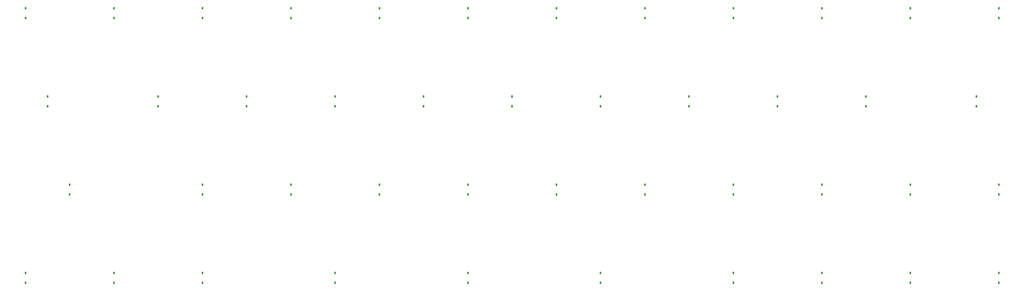
<source format=gbp>
G04 #@! TF.GenerationSoftware,KiCad,Pcbnew,(6.0.2-0)*
G04 #@! TF.CreationDate,2022-03-17T22:57:48+11:00*
G04 #@! TF.ProjectId,keyboard,6b657962-6f61-4726-942e-6b696361645f,rev?*
G04 #@! TF.SameCoordinates,Original*
G04 #@! TF.FileFunction,Paste,Bot*
G04 #@! TF.FilePolarity,Positive*
%FSLAX46Y46*%
G04 Gerber Fmt 4.6, Leading zero omitted, Abs format (unit mm)*
G04 Created by KiCad (PCBNEW (6.0.2-0)) date 2022-03-17 22:57:48*
%MOMM*%
%LPD*%
G01*
G04 APERTURE LIST*
%ADD10R,0.450000X0.600000*%
G04 APERTURE END LIST*
D10*
X103505000Y-129780000D03*
X103505000Y-127680000D03*
X208280000Y-148830000D03*
X208280000Y-146730000D03*
X141605000Y-129780000D03*
X141605000Y-127680000D03*
X103505000Y-186930000D03*
X103505000Y-184830000D03*
X274955000Y-167880000D03*
X274955000Y-165780000D03*
X274955000Y-186930000D03*
X274955000Y-184830000D03*
X227330000Y-186930000D03*
X227330000Y-184830000D03*
X236855000Y-129780000D03*
X236855000Y-127680000D03*
X122555000Y-186930000D03*
X122555000Y-184830000D03*
X198755000Y-167880000D03*
X198755000Y-165780000D03*
X284480000Y-148830000D03*
X284480000Y-146730000D03*
X227330000Y-148830000D03*
X227330000Y-146730000D03*
X255905000Y-186930000D03*
X255905000Y-184830000D03*
X313055000Y-167880000D03*
X313055000Y-165780000D03*
X170180000Y-186930000D03*
X170180000Y-184830000D03*
X294005000Y-167880000D03*
X294005000Y-165780000D03*
X198755000Y-129780000D03*
X198755000Y-127680000D03*
X217805000Y-129780000D03*
X217805000Y-127680000D03*
X236855000Y-167880000D03*
X236855000Y-165780000D03*
X255905000Y-129780000D03*
X255905000Y-127680000D03*
X294005000Y-129780000D03*
X294005000Y-127680000D03*
X160655000Y-167880000D03*
X160655000Y-165780000D03*
X179705000Y-129780000D03*
X179705000Y-127680000D03*
X294005000Y-186930000D03*
X294005000Y-184830000D03*
X308292500Y-148830000D03*
X308292500Y-146730000D03*
X108267500Y-148830000D03*
X108267500Y-146730000D03*
X217805000Y-167880000D03*
X217805000Y-165780000D03*
X160655000Y-129780000D03*
X160655000Y-127680000D03*
X151130000Y-148830000D03*
X151130000Y-146730000D03*
X274955000Y-129780000D03*
X274955000Y-127680000D03*
X170180000Y-148830000D03*
X170180000Y-146730000D03*
X132080000Y-148830000D03*
X132080000Y-146730000D03*
X255905000Y-167880000D03*
X255905000Y-165780000D03*
X179705000Y-167880000D03*
X179705000Y-165780000D03*
X113030000Y-167880000D03*
X113030000Y-165780000D03*
X265430000Y-148830000D03*
X265430000Y-146730000D03*
X246380000Y-148830000D03*
X246380000Y-146730000D03*
X313055000Y-129780000D03*
X313055000Y-127680000D03*
X313055000Y-186930000D03*
X313055000Y-184830000D03*
X189230000Y-148830000D03*
X189230000Y-146730000D03*
X141605000Y-167880000D03*
X141605000Y-165780000D03*
X122555000Y-129780000D03*
X122555000Y-127680000D03*
X141605000Y-186930000D03*
X141605000Y-184830000D03*
X198755000Y-186930000D03*
X198755000Y-184830000D03*
M02*

</source>
